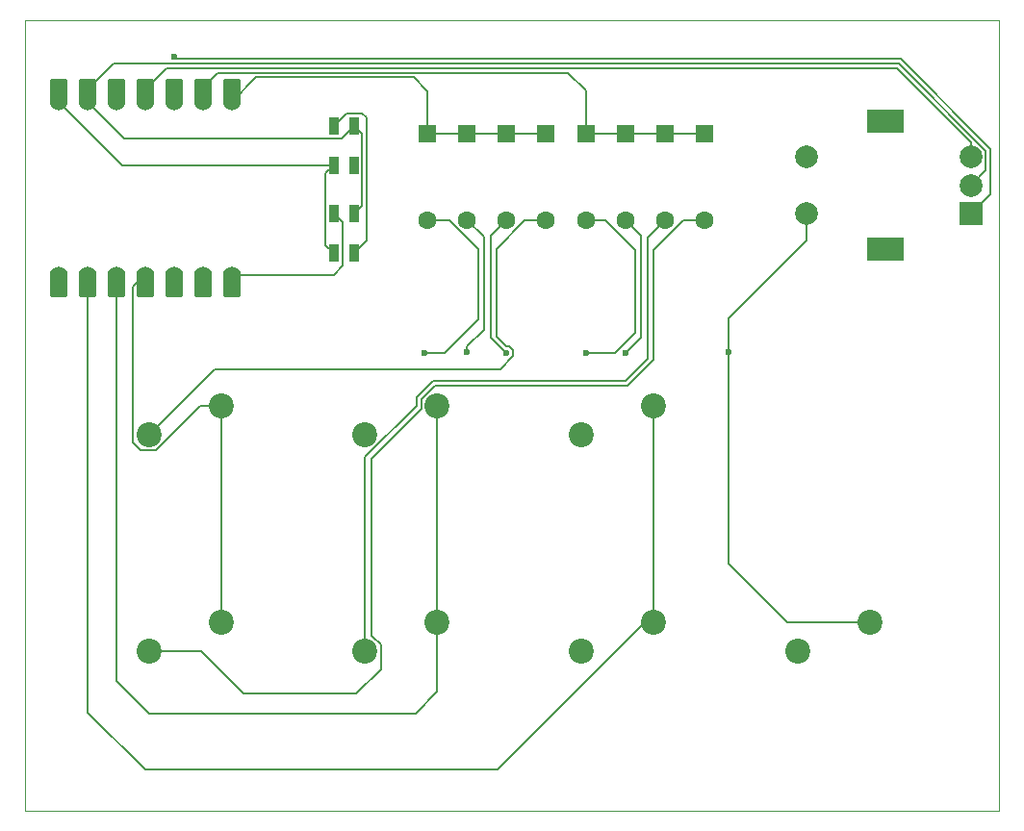
<source format=gtl>
%TF.GenerationSoftware,KiCad,Pcbnew,9.0.7*%
%TF.CreationDate,2026-02-20T22:18:56+01:00*%
%TF.ProjectId,Schematic.kicad_pcb_2,53636865-6d61-4746-9963-2e6b69636164,rev?*%
%TF.SameCoordinates,Original*%
%TF.FileFunction,Copper,L1,Top*%
%TF.FilePolarity,Positive*%
%FSLAX46Y46*%
G04 Gerber Fmt 4.6, Leading zero omitted, Abs format (unit mm)*
G04 Created by KiCad (PCBNEW 9.0.7) date 2026-02-20 22:18:56*
%MOMM*%
%LPD*%
G01*
G04 APERTURE LIST*
G04 Aperture macros list*
%AMRoundRect*
0 Rectangle with rounded corners*
0 $1 Rounding radius*
0 $2 $3 $4 $5 $6 $7 $8 $9 X,Y pos of 4 corners*
0 Add a 4 corners polygon primitive as box body*
4,1,4,$2,$3,$4,$5,$6,$7,$8,$9,$2,$3,0*
0 Add four circle primitives for the rounded corners*
1,1,$1+$1,$2,$3*
1,1,$1+$1,$4,$5*
1,1,$1+$1,$6,$7*
1,1,$1+$1,$8,$9*
0 Add four rect primitives between the rounded corners*
20,1,$1+$1,$2,$3,$4,$5,0*
20,1,$1+$1,$4,$5,$6,$7,0*
20,1,$1+$1,$6,$7,$8,$9,0*
20,1,$1+$1,$8,$9,$2,$3,0*%
G04 Aperture macros list end*
%TA.AperFunction,ComponentPad*%
%ADD10R,2.000000X2.000000*%
%TD*%
%TA.AperFunction,ComponentPad*%
%ADD11C,2.000000*%
%TD*%
%TA.AperFunction,ComponentPad*%
%ADD12R,3.200000X2.000000*%
%TD*%
%TA.AperFunction,ComponentPad*%
%ADD13C,2.200000*%
%TD*%
%TA.AperFunction,SMDPad,CuDef*%
%ADD14R,0.850000X1.600000*%
%TD*%
%TA.AperFunction,ComponentPad*%
%ADD15RoundRect,0.250000X-0.550000X0.550000X-0.550000X-0.550000X0.550000X-0.550000X0.550000X0.550000X0*%
%TD*%
%TA.AperFunction,ComponentPad*%
%ADD16C,1.600000*%
%TD*%
%TA.AperFunction,SMDPad,CuDef*%
%ADD17RoundRect,0.152400X-0.609600X1.063600X-0.609600X-1.063600X0.609600X-1.063600X0.609600X1.063600X0*%
%TD*%
%TA.AperFunction,ComponentPad*%
%ADD18C,1.524000*%
%TD*%
%TA.AperFunction,SMDPad,CuDef*%
%ADD19RoundRect,0.152400X0.609600X-1.063600X0.609600X1.063600X-0.609600X1.063600X-0.609600X-1.063600X0*%
%TD*%
%TA.AperFunction,ViaPad*%
%ADD20C,0.600000*%
%TD*%
%TA.AperFunction,Conductor*%
%ADD21C,0.200000*%
%TD*%
%TA.AperFunction,Profile*%
%ADD22C,0.050000*%
%TD*%
G04 APERTURE END LIST*
D10*
%TO.P,SW7,A,A*%
%TO.N,Net-(U1-GPIO4{slash}MISO)*%
X101250000Y-32000000D03*
D11*
%TO.P,SW7,B,B*%
%TO.N,Net-(U1-GPIO3{slash}MOSI)*%
X101250000Y-27000000D03*
%TO.P,SW7,C,C*%
%TO.N,GND*%
X101250000Y-29500000D03*
D12*
%TO.P,SW7,MP*%
%TO.N,N/C*%
X93750000Y-35100000D03*
X93750000Y-23900000D03*
D11*
%TO.P,SW7,S1,S1*%
%TO.N,Net-(D8-A)*%
X86750000Y-27000000D03*
%TO.P,SW7,S2,S2*%
%TO.N,Net-(U1-GPIO26{slash}ADC0{slash}A0)*%
X86750000Y-32000000D03*
%TD*%
D13*
%TO.P,SW1,1,1*%
%TO.N,Net-(U1-GPIO29{slash}ADC3{slash}A3)*%
X35290000Y-68000000D03*
%TO.P,SW1,2,2*%
%TO.N,Net-(D1-A)*%
X28940000Y-70540000D03*
%TD*%
D14*
%TO.P,D10,1,VSS*%
%TO.N,GND*%
X46962500Y-24250000D03*
%TO.P,D10,2,DIN*%
%TO.N,Net-(D10-DIN)*%
X45212500Y-24250000D03*
%TO.P,D10,3,VDD*%
%TO.N,+5V*%
X45212500Y-27750000D03*
%TO.P,D10,4,DOUT*%
%TO.N,unconnected-(D10-DOUT-Pad4)*%
X46962500Y-27750000D03*
%TD*%
D15*
%TO.P,D3,1,K*%
%TO.N,Net-(D1-K)*%
X70841071Y-24940000D03*
D16*
%TO.P,D3,2,A*%
%TO.N,Net-(D3-A)*%
X70841071Y-32560000D03*
%TD*%
D13*
%TO.P,SW5,1,1*%
%TO.N,Net-(U1-GPIO28{slash}ADC2{slash}A2)*%
X54290000Y-48920000D03*
%TO.P,SW5,2,2*%
%TO.N,Net-(D6-A)*%
X47940000Y-51460000D03*
%TD*%
%TO.P,SW2,1,1*%
%TO.N,Net-(U1-GPIO28{slash}ADC2{slash}A2)*%
X54290000Y-68000000D03*
%TO.P,SW2,2,2*%
%TO.N,Net-(D2-A)*%
X47940000Y-70540000D03*
%TD*%
D17*
%TO.P,U1,1,GPIO26/ADC0/A0*%
%TO.N,Net-(U1-GPIO26{slash}ADC0{slash}A0)*%
X21000000Y-38205000D03*
D18*
X21000000Y-37370000D03*
D17*
%TO.P,U1,2,GPIO27/ADC1/A1*%
%TO.N,Net-(U1-GPIO27{slash}ADC1{slash}A1)*%
X23540000Y-38205000D03*
D18*
X23540000Y-37370000D03*
D17*
%TO.P,U1,3,GPIO28/ADC2/A2*%
%TO.N,Net-(U1-GPIO28{slash}ADC2{slash}A2)*%
X26080000Y-38205000D03*
D18*
X26080000Y-37370000D03*
D17*
%TO.P,U1,4,GPIO29/ADC3/A3*%
%TO.N,Net-(U1-GPIO29{slash}ADC3{slash}A3)*%
X28620000Y-38205000D03*
D18*
X28620000Y-37370000D03*
D17*
%TO.P,U1,5,GPIO6/SDA*%
%TO.N,unconnected-(U1-GPIO6{slash}SDA-Pad5)*%
X31160000Y-38205000D03*
D18*
X31160000Y-37370000D03*
D17*
%TO.P,U1,6,GPIO7/SCL*%
%TO.N,unconnected-(U1-GPIO7{slash}SCL-Pad6)*%
X33700000Y-38205000D03*
D18*
X33700000Y-37370000D03*
D17*
%TO.P,U1,7,GPIO0/TX*%
%TO.N,Net-(D9-DIN)*%
X36240000Y-38205000D03*
D18*
X36240000Y-37370000D03*
%TO.P,U1,8,GPIO1/RX*%
%TO.N,Net-(D5-K)*%
X36240000Y-22130000D03*
D19*
X36240000Y-21295000D03*
D18*
%TO.P,U1,9,GPIO2/SCK*%
%TO.N,Net-(D1-K)*%
X33700000Y-22130000D03*
D19*
X33700000Y-21295000D03*
D18*
%TO.P,U1,10,GPIO4/MISO*%
%TO.N,Net-(U1-GPIO4{slash}MISO)*%
X31160000Y-22130000D03*
D19*
X31160000Y-21295000D03*
D18*
%TO.P,U1,11,GPIO3/MOSI*%
%TO.N,Net-(U1-GPIO3{slash}MOSI)*%
X28620000Y-22130000D03*
D19*
X28620000Y-21295000D03*
D18*
%TO.P,U1,12,3V3*%
%TO.N,unconnected-(U1-3V3-Pad12)*%
X26080000Y-22130000D03*
D19*
X26080000Y-21295000D03*
D18*
%TO.P,U1,13,GND*%
%TO.N,GND*%
X23540000Y-22130000D03*
D19*
X23540000Y-21295000D03*
D18*
%TO.P,U1,14,VBUS*%
%TO.N,+5V*%
X21000000Y-22130000D03*
D19*
X21000000Y-21295000D03*
%TD*%
D13*
%TO.P,SW3,1,1*%
%TO.N,Net-(U1-GPIO27{slash}ADC1{slash}A1)*%
X73350000Y-68000000D03*
%TO.P,SW3,2,2*%
%TO.N,Net-(D3-A)*%
X67000000Y-70540000D03*
%TD*%
%TO.P,SW8,1,1*%
%TO.N,Net-(U1-GPIO26{slash}ADC0{slash}A0)*%
X92350000Y-68000000D03*
%TO.P,SW8,2,2*%
%TO.N,Net-(D4-A)*%
X86000000Y-70540000D03*
%TD*%
D15*
%TO.P,D4,1,K*%
%TO.N,Net-(D1-K)*%
X67355357Y-24940000D03*
D16*
%TO.P,D4,2,A*%
%TO.N,Net-(D4-A)*%
X67355357Y-32560000D03*
%TD*%
D13*
%TO.P,SW6,1,1*%
%TO.N,Net-(U1-GPIO27{slash}ADC1{slash}A1)*%
X73290000Y-48920000D03*
%TO.P,SW6,2,2*%
%TO.N,Net-(D7-A)*%
X66940000Y-51460000D03*
%TD*%
D15*
%TO.P,D6,1,K*%
%TO.N,Net-(D5-K)*%
X60383929Y-24940000D03*
D16*
%TO.P,D6,2,A*%
%TO.N,Net-(D6-A)*%
X60383929Y-32560000D03*
%TD*%
D15*
%TO.P,D1,1,K*%
%TO.N,Net-(D1-K)*%
X77812500Y-24940000D03*
D16*
%TO.P,D1,2,A*%
%TO.N,Net-(D1-A)*%
X77812500Y-32560000D03*
%TD*%
D15*
%TO.P,D2,1,K*%
%TO.N,Net-(D1-K)*%
X74326786Y-24940000D03*
D16*
%TO.P,D2,2,A*%
%TO.N,Net-(D2-A)*%
X74326786Y-32560000D03*
%TD*%
D14*
%TO.P,D9,1,VSS*%
%TO.N,GND*%
X46962500Y-32000000D03*
%TO.P,D9,2,DIN*%
%TO.N,Net-(D9-DIN)*%
X45212500Y-32000000D03*
%TO.P,D9,3,VDD*%
%TO.N,+5V*%
X45212500Y-35500000D03*
%TO.P,D9,4,DOUT*%
%TO.N,Net-(D10-DIN)*%
X46962500Y-35500000D03*
%TD*%
D15*
%TO.P,D5,1,K*%
%TO.N,Net-(D5-K)*%
X63869643Y-25000000D03*
D16*
%TO.P,D5,2,A*%
%TO.N,Net-(D5-A)*%
X63869643Y-32620000D03*
%TD*%
D13*
%TO.P,SW4,1,1*%
%TO.N,Net-(U1-GPIO29{slash}ADC3{slash}A3)*%
X35290000Y-48920000D03*
%TO.P,SW4,2,2*%
%TO.N,Net-(D5-A)*%
X28940000Y-51460000D03*
%TD*%
D15*
%TO.P,D8,1,K*%
%TO.N,Net-(D5-K)*%
X53412500Y-24940000D03*
D16*
%TO.P,D8,2,A*%
%TO.N,Net-(D8-A)*%
X53412500Y-32560000D03*
%TD*%
D15*
%TO.P,D7,1,K*%
%TO.N,Net-(D5-K)*%
X56898214Y-24940000D03*
D16*
%TO.P,D7,2,A*%
%TO.N,Net-(D7-A)*%
X56898214Y-32560000D03*
%TD*%
D20*
%TO.N,Net-(D3-A)*%
X70895536Y-44245536D03*
%TO.N,Net-(D4-A)*%
X67355357Y-44300000D03*
%TO.N,Net-(D6-A)*%
X60383929Y-44283929D03*
%TO.N,Net-(D7-A)*%
X56900000Y-44200000D03*
%TO.N,Net-(D8-A)*%
X53150707Y-44250707D03*
%TO.N,Net-(U1-GPIO4{slash}MISO)*%
X31160000Y-18198000D03*
%TO.N,Net-(U1-GPIO26{slash}ADC0{slash}A0)*%
X79900000Y-44200000D03*
%TD*%
D21*
%TO.N,Net-(U1-GPIO4{slash}MISO)*%
X102952000Y-30298000D02*
X101250000Y-32000000D01*
X102952000Y-26295008D02*
X102952000Y-30298000D01*
X31200000Y-18397000D02*
X95053992Y-18397000D01*
X95053992Y-18397000D02*
X102952000Y-26295008D01*
X31200000Y-18238000D02*
X31200000Y-18397000D01*
X31160000Y-18198000D02*
X31200000Y-18238000D01*
%TO.N,Net-(D1-K)*%
X35000000Y-19600000D02*
X33700000Y-20900000D01*
X65800000Y-19600000D02*
X35000000Y-19600000D01*
X33700000Y-20900000D02*
X33700000Y-22130000D01*
X67355357Y-21155357D02*
X65800000Y-19600000D01*
X67355357Y-24940000D02*
X67355357Y-21155357D01*
%TO.N,GND*%
X102551000Y-28199000D02*
X101250000Y-29500000D01*
X102551000Y-26461108D02*
X102551000Y-28199000D01*
X94887892Y-18798000D02*
X102551000Y-26461108D01*
X31408943Y-18799000D02*
X31409943Y-18798000D01*
X31409943Y-18798000D02*
X94887892Y-18798000D01*
X30911057Y-18799000D02*
X31408943Y-18799000D01*
X23540000Y-21052370D02*
X25794370Y-18798000D01*
X23540000Y-22130000D02*
X23540000Y-21052370D01*
X25794370Y-18798000D02*
X30910057Y-18798000D01*
X30910057Y-18798000D02*
X30911057Y-18799000D01*
%TO.N,Net-(D1-K)*%
X70841071Y-24940000D02*
X74326786Y-24940000D01*
X74326786Y-24940000D02*
X77812500Y-24940000D01*
X67355357Y-24940000D02*
X70841071Y-24940000D01*
%TO.N,Net-(D1-A)*%
X37275816Y-74281000D02*
X33534816Y-70540000D01*
X47167470Y-74281000D02*
X37275816Y-74281000D01*
X48520314Y-69139000D02*
X49341000Y-69959686D01*
X52889000Y-49181000D02*
X48520314Y-53549686D01*
X48520314Y-53549686D02*
X48520314Y-69139000D01*
X71026100Y-47141000D02*
X54087686Y-47141000D01*
X75940000Y-32560000D02*
X73300000Y-35200000D01*
X49341000Y-72107470D02*
X47167470Y-74281000D01*
X52889000Y-48339686D02*
X52889000Y-49181000D01*
X73300000Y-35200000D02*
X73300000Y-44867100D01*
X73300000Y-44867100D02*
X71026100Y-47141000D01*
X49341000Y-69959686D02*
X49341000Y-72107470D01*
X33534816Y-70540000D02*
X28940000Y-70540000D01*
X54087686Y-47141000D02*
X52889000Y-48339686D01*
X77812500Y-32560000D02*
X75940000Y-32560000D01*
%TO.N,Net-(D2-A)*%
X72800000Y-34086786D02*
X72800000Y-44800000D01*
X70860000Y-46740000D02*
X53921586Y-46740000D01*
X72800000Y-44800000D02*
X70860000Y-46740000D01*
X74326786Y-32560000D02*
X72800000Y-34086786D01*
X53921586Y-46740000D02*
X52488000Y-48173586D01*
X52488000Y-48893314D02*
X47940000Y-53441314D01*
X52488000Y-48173586D02*
X52488000Y-48893314D01*
X47940000Y-53441314D02*
X47940000Y-70540000D01*
X48160000Y-70320000D02*
X47940000Y-70540000D01*
%TO.N,Net-(D3-A)*%
X72200000Y-33918929D02*
X70841071Y-32560000D01*
X70895536Y-44245536D02*
X72200000Y-42941071D01*
X72200000Y-42941071D02*
X72200000Y-33918929D01*
%TO.N,Net-(D4-A)*%
X69900000Y-44300000D02*
X71700000Y-42500000D01*
X69060000Y-32560000D02*
X67355357Y-32560000D01*
X71700000Y-42500000D02*
X71700000Y-35200000D01*
X71700000Y-35200000D02*
X69060000Y-32560000D01*
X67355357Y-44300000D02*
X69900000Y-44300000D01*
%TO.N,Net-(D5-K)*%
X56898214Y-24940000D02*
X60383929Y-24940000D01*
X53540000Y-24940000D02*
X53700000Y-25100000D01*
X53412500Y-24940000D02*
X56898214Y-24940000D01*
X38370000Y-20000000D02*
X36240000Y-22130000D01*
X53412500Y-24940000D02*
X53412500Y-21212500D01*
X63809643Y-24940000D02*
X63869643Y-25000000D01*
X53412500Y-24940000D02*
X53540000Y-24940000D01*
X52200000Y-20000000D02*
X38370000Y-20000000D01*
X60383929Y-24940000D02*
X63809643Y-24940000D01*
X53412500Y-21212500D02*
X52200000Y-20000000D01*
%TO.N,Net-(D5-A)*%
X60984929Y-44532872D02*
X60984929Y-44034986D01*
X34728199Y-45671801D02*
X28940000Y-51460000D01*
X61980000Y-32620000D02*
X63869643Y-32620000D01*
X59846000Y-45671801D02*
X34728199Y-45671801D01*
X59500000Y-42832900D02*
X59500000Y-35100000D01*
X60350029Y-43682929D02*
X59500000Y-42832900D01*
X59500000Y-35100000D02*
X61980000Y-32620000D01*
X60984929Y-44034986D02*
X60632872Y-43682929D01*
X60984929Y-44532872D02*
X59846000Y-45671801D01*
X60632872Y-43682929D02*
X60350029Y-43682929D01*
%TO.N,Net-(D6-A)*%
X60383929Y-44283929D02*
X59000000Y-42900000D01*
X59000000Y-42900000D02*
X59000000Y-33943929D01*
X59000000Y-33943929D02*
X60383929Y-32560000D01*
%TO.N,Net-(D7-A)*%
X56900000Y-44200000D02*
X56900000Y-43700000D01*
X58400000Y-42200000D02*
X58400000Y-34061786D01*
X56900000Y-43700000D02*
X58400000Y-42200000D01*
X58400000Y-34061786D02*
X56898214Y-32560000D01*
%TO.N,Net-(D8-A)*%
X56461000Y-33661000D02*
X56442164Y-33661000D01*
X55360000Y-32560000D02*
X53412500Y-32560000D01*
X57900000Y-41300000D02*
X57900000Y-35100000D01*
X55797214Y-32997214D02*
X55360000Y-32560000D01*
X57900000Y-35100000D02*
X56461000Y-33661000D01*
X53150707Y-44250707D02*
X54949293Y-44250707D01*
X55797214Y-33016050D02*
X55797214Y-32997214D01*
X56442164Y-33661000D02*
X55797214Y-33016050D01*
X54949293Y-44250707D02*
X57900000Y-41300000D01*
%TO.N,Net-(D10-DIN)*%
X48089500Y-34373000D02*
X46962500Y-35500000D01*
X46313500Y-23149000D02*
X47688500Y-23149000D01*
X45212500Y-24250000D02*
X46313500Y-23149000D01*
X47688500Y-23149000D02*
X48089500Y-23550000D01*
X48089500Y-23550000D02*
X48089500Y-34373000D01*
%TO.N,Net-(D9-DIN)*%
X45938500Y-32726000D02*
X45212500Y-32000000D01*
X45169500Y-37370000D02*
X45938500Y-36601000D01*
X36240000Y-37370000D02*
X45169500Y-37370000D01*
X45938500Y-36601000D02*
X45938500Y-32726000D01*
%TO.N,GND*%
X47688500Y-24976000D02*
X46962500Y-24250000D01*
X46962500Y-24250000D02*
X45861500Y-25351000D01*
X26761000Y-25351000D02*
X23540000Y-22130000D01*
X47688500Y-31274000D02*
X47688500Y-24976000D01*
X46962500Y-32000000D02*
X47688500Y-31274000D01*
X45861500Y-25351000D02*
X26761000Y-25351000D01*
%TO.N,+5V*%
X44486500Y-34774000D02*
X45212500Y-35500000D01*
X26620000Y-27750000D02*
X45212500Y-27750000D01*
X21000000Y-22130000D02*
X26620000Y-27750000D01*
X45212500Y-27750000D02*
X44486500Y-28476000D01*
X44486500Y-28476000D02*
X44486500Y-34774000D01*
%TO.N,Net-(U1-GPIO29{slash}ADC3{slash}A3)*%
X35290000Y-48920000D02*
X33461314Y-48920000D01*
X27539000Y-38451000D02*
X28620000Y-37370000D01*
X35290000Y-48920000D02*
X35290000Y-68000000D01*
X29520314Y-52861000D02*
X28229470Y-52861000D01*
X28229470Y-52861000D02*
X27539000Y-52170530D01*
X33461314Y-48920000D02*
X29520314Y-52861000D01*
X28620000Y-38447630D02*
X28620000Y-37370000D01*
X27539000Y-52170530D02*
X27539000Y-38451000D01*
%TO.N,Net-(U1-GPIO28{slash}ADC2{slash}A2)*%
X28911530Y-76020000D02*
X52370000Y-76020000D01*
X26068000Y-37382000D02*
X26068000Y-73176470D01*
X52370000Y-76020000D02*
X54290000Y-74100000D01*
X54290000Y-48920000D02*
X54290000Y-68000000D01*
X25952750Y-37497250D02*
X26080000Y-37370000D01*
X54290000Y-74100000D02*
X54290000Y-68000000D01*
X26068000Y-73176470D02*
X28911530Y-76020000D01*
X26080000Y-37370000D02*
X26068000Y-37382000D01*
%TO.N,Net-(U1-GPIO27{slash}ADC1{slash}A1)*%
X73350000Y-68000000D02*
X72565184Y-68000000D01*
X28575000Y-80962500D02*
X23540000Y-75927500D01*
X59602684Y-80962500D02*
X28575000Y-80962500D01*
X72565184Y-68000000D02*
X59602684Y-80962500D01*
X73290000Y-48920000D02*
X73290000Y-67940000D01*
X23540000Y-75927500D02*
X23540000Y-37370000D01*
X73290000Y-67940000D02*
X73350000Y-68000000D01*
%TO.N,Net-(U1-GPIO26{slash}ADC0{slash}A0)*%
X86750000Y-32000000D02*
X86750000Y-34370000D01*
X79900000Y-62820000D02*
X85080000Y-68000000D01*
X86750000Y-34370000D02*
X79900000Y-41220000D01*
X79900000Y-41220000D02*
X79900000Y-62820000D01*
X85080000Y-68000000D02*
X92812500Y-68000000D01*
%TO.N,Net-(U1-GPIO3{slash}MOSI)*%
X101250000Y-25727208D02*
X101250000Y-27000000D01*
X94721792Y-19199000D02*
X101250000Y-25727208D01*
X30473370Y-19199000D02*
X94721792Y-19199000D01*
X28620000Y-21052370D02*
X30473370Y-19199000D01*
X28620000Y-22130000D02*
X28620000Y-21052370D01*
%TD*%
D22*
X18000000Y-14943750D02*
X103725000Y-14943750D01*
X103725000Y-84581250D01*
X18000000Y-84581250D01*
X18000000Y-14943750D01*
M02*

</source>
